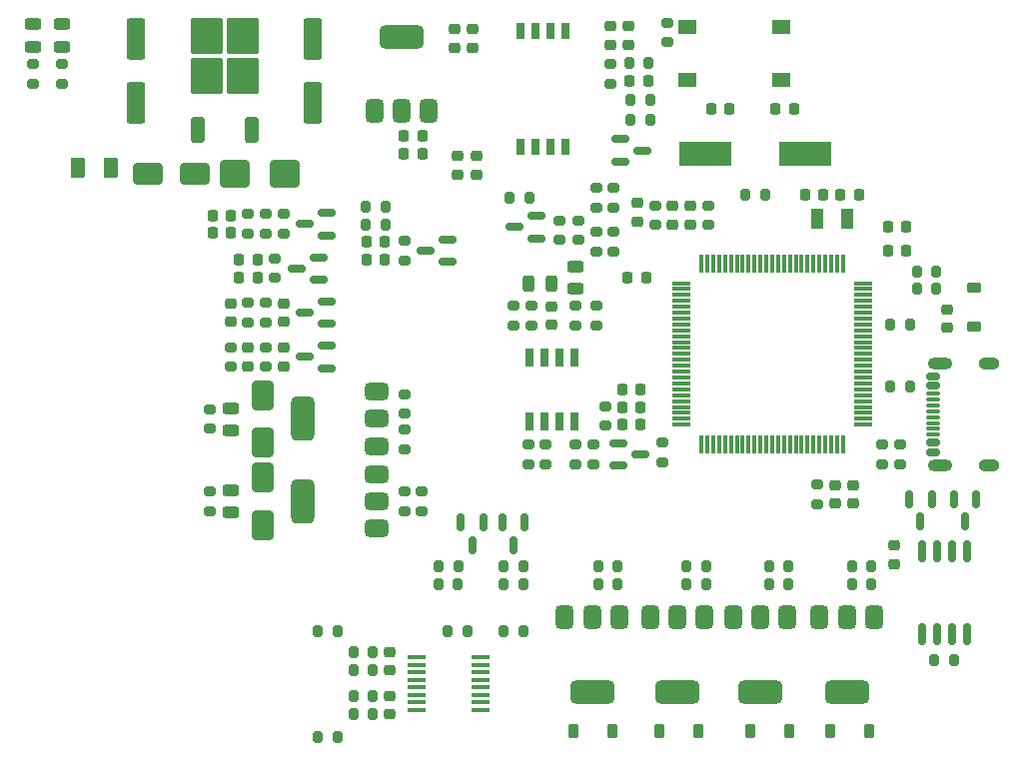
<source format=gbr>
%TF.GenerationSoftware,KiCad,Pcbnew,8.0.6*%
%TF.CreationDate,2024-10-30T09:58:54+07:00*%
%TF.ProjectId,NO2C,4e4f3243-2e6b-4696-9361-645f70636258,vD1*%
%TF.SameCoordinates,Original*%
%TF.FileFunction,Paste,Top*%
%TF.FilePolarity,Positive*%
%FSLAX46Y46*%
G04 Gerber Fmt 4.6, Leading zero omitted, Abs format (unit mm)*
G04 Created by KiCad (PCBNEW 8.0.6) date 2024-10-30 09:58:54*
%MOMM*%
%LPD*%
G01*
G04 APERTURE LIST*
G04 Aperture macros list*
%AMRoundRect*
0 Rectangle with rounded corners*
0 $1 Rounding radius*
0 $2 $3 $4 $5 $6 $7 $8 $9 X,Y pos of 4 corners*
0 Add a 4 corners polygon primitive as box body*
4,1,4,$2,$3,$4,$5,$6,$7,$8,$9,$2,$3,0*
0 Add four circle primitives for the rounded corners*
1,1,$1+$1,$2,$3*
1,1,$1+$1,$4,$5*
1,1,$1+$1,$6,$7*
1,1,$1+$1,$8,$9*
0 Add four rect primitives between the rounded corners*
20,1,$1+$1,$2,$3,$4,$5,0*
20,1,$1+$1,$4,$5,$6,$7,0*
20,1,$1+$1,$6,$7,$8,$9,0*
20,1,$1+$1,$8,$9,$2,$3,0*%
G04 Aperture macros list end*
%ADD10RoundRect,0.225000X-0.250000X0.225000X-0.250000X-0.225000X0.250000X-0.225000X0.250000X0.225000X0*%
%ADD11RoundRect,0.225000X0.225000X0.250000X-0.225000X0.250000X-0.225000X-0.250000X0.225000X-0.250000X0*%
%ADD12RoundRect,0.225000X-0.225000X-0.250000X0.225000X-0.250000X0.225000X0.250000X-0.225000X0.250000X0*%
%ADD13RoundRect,0.225000X0.250000X-0.225000X0.250000X0.225000X-0.250000X0.225000X-0.250000X-0.225000X0*%
%ADD14RoundRect,0.250000X0.550000X-1.500000X0.550000X1.500000X-0.550000X1.500000X-0.550000X-1.500000X0*%
%ADD15RoundRect,0.150000X-0.150000X0.587500X-0.150000X-0.587500X0.150000X-0.587500X0.150000X0.587500X0*%
%ADD16RoundRect,0.250000X1.000000X0.650000X-1.000000X0.650000X-1.000000X-0.650000X1.000000X-0.650000X0*%
%ADD17RoundRect,0.243750X0.456250X-0.243750X0.456250X0.243750X-0.456250X0.243750X-0.456250X-0.243750X0*%
%ADD18RoundRect,0.243750X-0.456250X0.243750X-0.456250X-0.243750X0.456250X-0.243750X0.456250X0.243750X0*%
%ADD19RoundRect,0.243750X0.243750X0.456250X-0.243750X0.456250X-0.243750X-0.456250X0.243750X-0.456250X0*%
%ADD20RoundRect,0.375000X0.625000X0.375000X-0.625000X0.375000X-0.625000X-0.375000X0.625000X-0.375000X0*%
%ADD21RoundRect,0.500000X0.500000X1.400000X-0.500000X1.400000X-0.500000X-1.400000X0.500000X-1.400000X0*%
%ADD22RoundRect,0.375000X-0.375000X0.625000X-0.375000X-0.625000X0.375000X-0.625000X0.375000X0.625000X0*%
%ADD23RoundRect,0.500000X-1.400000X0.500000X-1.400000X-0.500000X1.400000X-0.500000X1.400000X0.500000X0*%
%ADD24RoundRect,0.250000X0.350000X-0.850000X0.350000X0.850000X-0.350000X0.850000X-0.350000X-0.850000X0*%
%ADD25RoundRect,0.250000X1.125000X-1.275000X1.125000X1.275000X-1.125000X1.275000X-1.125000X-1.275000X0*%
%ADD26RoundRect,0.200000X-0.275000X0.200000X-0.275000X-0.200000X0.275000X-0.200000X0.275000X0.200000X0*%
%ADD27RoundRect,0.200000X-0.200000X-0.275000X0.200000X-0.275000X0.200000X0.275000X-0.200000X0.275000X0*%
%ADD28RoundRect,0.200000X0.275000X-0.200000X0.275000X0.200000X-0.275000X0.200000X-0.275000X-0.200000X0*%
%ADD29RoundRect,0.200000X0.200000X0.275000X-0.200000X0.275000X-0.200000X-0.275000X0.200000X-0.275000X0*%
%ADD30RoundRect,0.150000X0.587500X0.150000X-0.587500X0.150000X-0.587500X-0.150000X0.587500X-0.150000X0*%
%ADD31RoundRect,0.250000X-0.650000X1.000000X-0.650000X-1.000000X0.650000X-1.000000X0.650000X1.000000X0*%
%ADD32R,0.650000X1.525000*%
%ADD33RoundRect,0.150000X-0.587500X-0.150000X0.587500X-0.150000X0.587500X0.150000X-0.587500X0.150000X0*%
%ADD34R,1.550000X0.435000*%
%ADD35R,1.550000X1.300000*%
%ADD36RoundRect,0.225000X0.225000X0.375000X-0.225000X0.375000X-0.225000X-0.375000X0.225000X-0.375000X0*%
%ADD37RoundRect,0.150000X-0.150000X0.800000X-0.150000X-0.800000X0.150000X-0.800000X0.150000X0.800000X0*%
%ADD38RoundRect,0.250000X0.375000X0.625000X-0.375000X0.625000X-0.375000X-0.625000X0.375000X-0.625000X0*%
%ADD39RoundRect,0.075000X-0.075000X0.725000X-0.075000X-0.725000X0.075000X-0.725000X0.075000X0.725000X0*%
%ADD40RoundRect,0.075000X-0.725000X0.075000X-0.725000X-0.075000X0.725000X-0.075000X0.725000X0.075000X0*%
%ADD41RoundRect,0.225000X-0.375000X0.225000X-0.375000X-0.225000X0.375000X-0.225000X0.375000X0.225000X0*%
%ADD42RoundRect,0.225000X-0.225000X-0.375000X0.225000X-0.375000X0.225000X0.375000X-0.225000X0.375000X0*%
%ADD43R,4.500000X2.000000*%
%ADD44R,1.000000X1.800000*%
%ADD45RoundRect,0.150000X0.425000X-0.150000X0.425000X0.150000X-0.425000X0.150000X-0.425000X-0.150000X0*%
%ADD46RoundRect,0.075000X0.500000X-0.075000X0.500000X0.075000X-0.500000X0.075000X-0.500000X-0.075000X0*%
%ADD47O,2.100000X1.000000*%
%ADD48O,1.800000X1.000000*%
%ADD49RoundRect,0.375000X0.375000X-0.625000X0.375000X0.625000X-0.375000X0.625000X-0.375000X-0.625000X0*%
%ADD50RoundRect,0.500000X1.400000X-0.500000X1.400000X0.500000X-1.400000X0.500000X-1.400000X-0.500000X0*%
%ADD51RoundRect,0.250000X0.650000X-1.000000X0.650000X1.000000X-0.650000X1.000000X-0.650000X-1.000000X0*%
%ADD52R,0.690000X1.350000*%
%ADD53RoundRect,0.250000X1.000000X0.900000X-1.000000X0.900000X-1.000000X-0.900000X1.000000X-0.900000X0*%
G04 APERTURE END LIST*
D10*
%TO.C,C9*%
X29250000Y35250000D03*
X29250000Y33700000D03*
%TD*%
D11*
%TO.C,C12*%
X82025000Y43500000D03*
X80475000Y43500000D03*
%TD*%
D12*
%TO.C,C13*%
X58425000Y41250000D03*
X59975000Y41250000D03*
%TD*%
D11*
%TO.C,C2*%
X27050000Y41250000D03*
X25500000Y41250000D03*
%TD*%
D13*
%TO.C,C3*%
X52000000Y37225000D03*
X52000000Y38775000D03*
%TD*%
D11*
%TO.C,C19*%
X37850000Y44250000D03*
X36300000Y44250000D03*
%TD*%
D12*
%TO.C,C15*%
X57975000Y30250000D03*
X59525000Y30250000D03*
%TD*%
D13*
%TO.C,C16*%
X59250000Y45975000D03*
X59250000Y47525000D03*
%TD*%
D14*
%TO.C,C5*%
X31750000Y56050000D03*
X31750000Y61450000D03*
%TD*%
D13*
%TO.C,C14*%
X57000000Y60975000D03*
X57000000Y62525000D03*
%TD*%
%TO.C,C11*%
X38250000Y7950000D03*
X38250000Y9500000D03*
%TD*%
D15*
%TO.C,D2*%
X49700000Y20437500D03*
X47800000Y20437500D03*
X48750000Y18562500D03*
%TD*%
D16*
%TO.C,D3*%
X21750000Y50000000D03*
X17750000Y50000000D03*
%TD*%
D17*
%TO.C,LED1*%
X24750000Y28282500D03*
X24750000Y30157500D03*
%TD*%
D18*
%TO.C,LED3*%
X24750000Y23187500D03*
X24750000Y21312500D03*
%TD*%
D19*
%TO.C,LED2*%
X51937500Y40750000D03*
X50062500Y40750000D03*
%TD*%
D18*
%TO.C,LED4*%
X54000000Y42187500D03*
X54000000Y40312500D03*
%TD*%
D20*
%TO.C,Q1*%
X37150000Y26950000D03*
X37150000Y29250000D03*
D21*
X30850000Y29250000D03*
D20*
X37150000Y31550000D03*
%TD*%
%TO.C,Q2*%
X37150000Y19950000D03*
X37150000Y22250000D03*
D21*
X30850000Y22250000D03*
D20*
X37150000Y24550000D03*
%TD*%
D22*
%TO.C,Q5*%
X57700000Y12400000D03*
X55400000Y12400000D03*
D23*
X55400000Y6100000D03*
D22*
X53100000Y12400000D03*
%TD*%
%TO.C,Q6*%
X64925000Y12400000D03*
X62625000Y12400000D03*
D23*
X62625000Y6100000D03*
D22*
X60325000Y12400000D03*
%TD*%
%TO.C,Q3*%
X71950000Y12400000D03*
X69650000Y12400000D03*
D23*
X69650000Y6100000D03*
D22*
X67350000Y12400000D03*
%TD*%
%TO.C,Q4*%
X79300000Y12400000D03*
X77000000Y12400000D03*
D23*
X77000000Y6100000D03*
D22*
X74700000Y12400000D03*
%TD*%
D24*
%TO.C,U1*%
X21970000Y53710000D03*
D25*
X22725000Y58335000D03*
X25775000Y58335000D03*
X22725000Y61685000D03*
X25775000Y61685000D03*
D24*
X26530000Y53710000D03*
%TD*%
D14*
%TO.C,C4*%
X16750000Y56050000D03*
X16750000Y61450000D03*
%TD*%
D26*
%TO.C,R7*%
X39500000Y28325000D03*
X39500000Y26675000D03*
%TD*%
%TO.C,R9*%
X24750000Y35300000D03*
X24750000Y33650000D03*
%TD*%
D27*
%TO.C,R10*%
X36250000Y47250000D03*
X37900000Y47250000D03*
%TD*%
D28*
%TO.C,R6*%
X54000000Y37175000D03*
X54000000Y38825000D03*
%TD*%
%TO.C,R3*%
X48750000Y37175000D03*
X48750000Y38825000D03*
%TD*%
%TO.C,R2*%
X50250000Y37175000D03*
X50250000Y38825000D03*
%TD*%
D29*
%TO.C,R8*%
X82325000Y37250000D03*
X80675000Y37250000D03*
%TD*%
%TO.C,R11*%
X37900000Y45725000D03*
X36250000Y45725000D03*
%TD*%
D11*
%TO.C,C1*%
X27050000Y42750000D03*
X25500000Y42750000D03*
%TD*%
D26*
%TO.C,R1*%
X23000000Y30075000D03*
X23000000Y28425000D03*
%TD*%
%TO.C,R4*%
X28525000Y42825000D03*
X28525000Y41175000D03*
%TD*%
D29*
%TO.C,R12*%
X50075000Y48000000D03*
X48425000Y48000000D03*
%TD*%
D26*
%TO.C,R13*%
X54250000Y46075000D03*
X54250000Y44425000D03*
%TD*%
D30*
%TO.C,Q7*%
X50687500Y44550000D03*
X50687500Y46450000D03*
X48812500Y45500000D03*
%TD*%
D12*
%TO.C,C22*%
X57975000Y28750000D03*
X59525000Y28750000D03*
%TD*%
D26*
%TO.C,R14*%
X50000000Y27075000D03*
X50000000Y25425000D03*
%TD*%
D13*
%TO.C,C8*%
X26250000Y33700000D03*
X26250000Y35250000D03*
%TD*%
D11*
%TO.C,C21*%
X82025000Y45500000D03*
X80475000Y45500000D03*
%TD*%
%TO.C,C20*%
X37850000Y42750000D03*
X36300000Y42750000D03*
%TD*%
D28*
%TO.C,R5*%
X39500000Y29675000D03*
X39500000Y31325000D03*
%TD*%
D31*
%TO.C,D1*%
X27500000Y31220000D03*
X27500000Y27220000D03*
%TD*%
D32*
%TO.C,IC1*%
X50095000Y29038000D03*
X51365000Y29038000D03*
X52635000Y29038000D03*
X53905000Y29038000D03*
X53905000Y34462000D03*
X52635000Y34462000D03*
X51365000Y34462000D03*
X50095000Y34462000D03*
%TD*%
D30*
%TO.C,D6*%
X32212500Y41050000D03*
X32212500Y42950000D03*
X30337500Y42000000D03*
%TD*%
D33*
%TO.C,D5*%
X57625000Y27200000D03*
X57625000Y25300000D03*
X59500000Y26250000D03*
%TD*%
D28*
%TO.C,R15*%
X61375000Y25575000D03*
X61375000Y27225000D03*
%TD*%
D13*
%TO.C,C18*%
X45633000Y49955000D03*
X45633000Y51505000D03*
%TD*%
%TO.C,C17*%
X44000000Y49975000D03*
X44000000Y51525000D03*
%TD*%
D12*
%TO.C,C28*%
X57975000Y31750000D03*
X59525000Y31750000D03*
%TD*%
D27*
%TO.C,R34*%
X47925000Y11250000D03*
X49575000Y11250000D03*
%TD*%
D30*
%TO.C,D8*%
X32937500Y37300000D03*
X32937500Y39200000D03*
X31062500Y38250000D03*
%TD*%
D33*
%TO.C,D17*%
X57812500Y52950000D03*
X57812500Y51050000D03*
X59687500Y52000000D03*
%TD*%
D15*
%TO.C,D20*%
X87950000Y22437500D03*
X86050000Y22437500D03*
X87000000Y20562500D03*
%TD*%
D12*
%TO.C,C31*%
X76475000Y48250000D03*
X78025000Y48250000D03*
%TD*%
D28*
%TO.C,R33*%
X41000000Y21425000D03*
X41000000Y23075000D03*
%TD*%
D34*
%TO.C,U3*%
X45950000Y4576000D03*
X45950000Y5210000D03*
X45950000Y5846000D03*
X45950000Y6480000D03*
X45950000Y7116000D03*
X45950000Y7750000D03*
X45950000Y8386000D03*
X45950000Y9020000D03*
X40500000Y9020000D03*
X40500000Y8386000D03*
X40500000Y7750000D03*
X40500000Y7116000D03*
X40500000Y6480000D03*
X40500000Y5846000D03*
X40500000Y5210000D03*
X40500000Y4576000D03*
%TD*%
D30*
%TO.C,D18*%
X43187500Y42550000D03*
X43187500Y44450000D03*
X41312500Y43500000D03*
%TD*%
D26*
%TO.C,R19*%
X51500000Y27075000D03*
X51500000Y25425000D03*
%TD*%
D27*
%TO.C,R21*%
X42425000Y16750000D03*
X44075000Y16750000D03*
%TD*%
D13*
%TO.C,C39*%
X85500000Y36975000D03*
X85500000Y38525000D03*
%TD*%
D29*
%TO.C,R42*%
X79075000Y16750000D03*
X77425000Y16750000D03*
%TD*%
D28*
%TO.C,R74*%
X57250000Y43425000D03*
X57250000Y45075000D03*
%TD*%
D29*
%TO.C,R44*%
X57575000Y16750000D03*
X55925000Y16750000D03*
%TD*%
D26*
%TO.C,R66*%
X56500000Y30325000D03*
X56500000Y28675000D03*
%TD*%
D15*
%TO.C,D14*%
X46200000Y20437500D03*
X44300000Y20437500D03*
X45250000Y18562500D03*
%TD*%
D35*
%TO.C,SW1*%
X71475000Y58000000D03*
X63525000Y58000000D03*
X71475000Y62500000D03*
X63525000Y62500000D03*
%TD*%
D36*
%TO.C,D9*%
X72150000Y2750000D03*
X68850000Y2750000D03*
%TD*%
D27*
%TO.C,R59*%
X58675000Y56250000D03*
X60325000Y56250000D03*
%TD*%
D15*
%TO.C,D21*%
X84200000Y22437500D03*
X82300000Y22437500D03*
X83250000Y20562500D03*
%TD*%
D13*
%TO.C,C42*%
X43740000Y60725000D03*
X43740000Y62275000D03*
%TD*%
D37*
%TO.C,U5*%
X87155000Y18000000D03*
X85885000Y18000000D03*
X84615000Y18000000D03*
X83345000Y18000000D03*
X83345000Y11000000D03*
X84615000Y11000000D03*
X85885000Y11000000D03*
X87155000Y11000000D03*
%TD*%
D28*
%TO.C,R39*%
X65250000Y45675000D03*
X65250000Y47325000D03*
%TD*%
%TO.C,R36*%
X27750000Y33650000D03*
X27750000Y35300000D03*
%TD*%
D11*
%TO.C,C40*%
X41025000Y51750000D03*
X39475000Y51750000D03*
%TD*%
D36*
%TO.C,D12*%
X57150000Y2750000D03*
X53850000Y2750000D03*
%TD*%
D28*
%TO.C,R38*%
X60750000Y45675000D03*
X60750000Y47325000D03*
%TD*%
D38*
%TO.C,F1*%
X14650000Y50500000D03*
X11850000Y50500000D03*
%TD*%
D10*
%TO.C,C25*%
X62250000Y47275000D03*
X62250000Y45725000D03*
%TD*%
D27*
%TO.C,R73*%
X82925000Y40250000D03*
X84575000Y40250000D03*
%TD*%
D10*
%TO.C,C10*%
X38250000Y5750000D03*
X38250000Y4200000D03*
%TD*%
D11*
%TO.C,C32*%
X24775000Y46500000D03*
X23225000Y46500000D03*
%TD*%
D26*
%TO.C,R51*%
X39490000Y44325000D03*
X39490000Y42675000D03*
%TD*%
D27*
%TO.C,R20*%
X47925000Y16750000D03*
X49575000Y16750000D03*
%TD*%
D18*
%TO.C,LED6*%
X8000000Y62687500D03*
X8000000Y60812500D03*
%TD*%
D10*
%TO.C,C7*%
X29250000Y39025000D03*
X29250000Y37475000D03*
%TD*%
D27*
%TO.C,R70*%
X84425000Y8750000D03*
X86075000Y8750000D03*
%TD*%
D39*
%TO.C,U2*%
X76675000Y42425000D03*
X76175000Y42425000D03*
X75675000Y42425000D03*
X75175000Y42425000D03*
X74675000Y42425000D03*
X74175000Y42425000D03*
X73675000Y42425000D03*
X73175000Y42425000D03*
X72675000Y42425000D03*
X72175000Y42425000D03*
X71675000Y42425000D03*
X71175000Y42425000D03*
X70675000Y42425000D03*
X70175000Y42425000D03*
X69675000Y42425000D03*
X69175000Y42425000D03*
X68675000Y42425000D03*
X68175000Y42425000D03*
X67675000Y42425000D03*
X67175000Y42425000D03*
X66675000Y42425000D03*
X66175000Y42425000D03*
X65675000Y42425000D03*
X65175000Y42425000D03*
X64675000Y42425000D03*
D40*
X63000000Y40750000D03*
X63000000Y40250000D03*
X63000000Y39750000D03*
X63000000Y39250000D03*
X63000000Y38750000D03*
X63000000Y38250000D03*
X63000000Y37750000D03*
X63000000Y37250000D03*
X63000000Y36750000D03*
X63000000Y36250000D03*
X63000000Y35750000D03*
X63000000Y35250000D03*
X63000000Y34750000D03*
X63000000Y34250000D03*
X63000000Y33750000D03*
X63000000Y33250000D03*
X63000000Y32750000D03*
X63000000Y32250000D03*
X63000000Y31750000D03*
X63000000Y31250000D03*
X63000000Y30750000D03*
X63000000Y30250000D03*
X63000000Y29750000D03*
X63000000Y29250000D03*
X63000000Y28750000D03*
D39*
X64675000Y27075000D03*
X65175000Y27075000D03*
X65675000Y27075000D03*
X66175000Y27075000D03*
X66675000Y27075000D03*
X67175000Y27075000D03*
X67675000Y27075000D03*
X68175000Y27075000D03*
X68675000Y27075000D03*
X69175000Y27075000D03*
X69675000Y27075000D03*
X70175000Y27075000D03*
X70675000Y27075000D03*
X71175000Y27075000D03*
X71675000Y27075000D03*
X72175000Y27075000D03*
X72675000Y27075000D03*
X73175000Y27075000D03*
X73675000Y27075000D03*
X74175000Y27075000D03*
X74675000Y27075000D03*
X75175000Y27075000D03*
X75675000Y27075000D03*
X76175000Y27075000D03*
X76675000Y27075000D03*
D40*
X78350000Y28750000D03*
X78350000Y29250000D03*
X78350000Y29750000D03*
X78350000Y30250000D03*
X78350000Y30750000D03*
X78350000Y31250000D03*
X78350000Y31750000D03*
X78350000Y32250000D03*
X78350000Y32750000D03*
X78350000Y33250000D03*
X78350000Y33750000D03*
X78350000Y34250000D03*
X78350000Y34750000D03*
X78350000Y35250000D03*
X78350000Y35750000D03*
X78350000Y36250000D03*
X78350000Y36750000D03*
X78350000Y37250000D03*
X78350000Y37750000D03*
X78350000Y38250000D03*
X78350000Y38750000D03*
X78350000Y39250000D03*
X78350000Y39750000D03*
X78350000Y40250000D03*
X78350000Y40750000D03*
%TD*%
D26*
%TO.C,R63*%
X57250000Y48825000D03*
X57250000Y47175000D03*
%TD*%
D28*
%TO.C,R29*%
X55750000Y37175000D03*
X55750000Y38825000D03*
%TD*%
D41*
%TO.C,D4*%
X87750000Y40400000D03*
X87750000Y37100000D03*
%TD*%
D29*
%TO.C,R52*%
X72075000Y15250000D03*
X70425000Y15250000D03*
%TD*%
%TO.C,R37*%
X72075000Y16750000D03*
X70425000Y16750000D03*
%TD*%
D28*
%TO.C,R57*%
X29250000Y44950000D03*
X29250000Y46600000D03*
%TD*%
%TO.C,R31*%
X39500000Y21425000D03*
X39500000Y23075000D03*
%TD*%
D29*
%TO.C,R72*%
X82325000Y32000000D03*
X80675000Y32000000D03*
%TD*%
D28*
%TO.C,R27*%
X23000000Y21425000D03*
X23000000Y23075000D03*
%TD*%
%TO.C,R64*%
X55750000Y43425000D03*
X55750000Y45075000D03*
%TD*%
D13*
%TO.C,C34*%
X58500000Y60975000D03*
X58500000Y62525000D03*
%TD*%
D30*
%TO.C,D13*%
X32937500Y44800000D03*
X32937500Y46700000D03*
X31062500Y45750000D03*
%TD*%
D13*
%TO.C,C6*%
X24750000Y37475000D03*
X24750000Y39025000D03*
%TD*%
D27*
%TO.C,R48*%
X35175000Y9475000D03*
X36825000Y9475000D03*
%TD*%
D11*
%TO.C,C27*%
X67025000Y55500000D03*
X65475000Y55500000D03*
%TD*%
%TO.C,C35*%
X60162500Y57925000D03*
X58612500Y57925000D03*
%TD*%
D30*
%TO.C,D10*%
X32937500Y33550000D03*
X32937500Y35450000D03*
X31062500Y34500000D03*
%TD*%
D12*
%TO.C,C26*%
X70975000Y55500000D03*
X72525000Y55500000D03*
%TD*%
D28*
%TO.C,R30*%
X27750000Y37425000D03*
X27750000Y39075000D03*
%TD*%
D29*
%TO.C,R61*%
X65075000Y15250000D03*
X63425000Y15250000D03*
%TD*%
D27*
%TO.C,R46*%
X35175000Y4250000D03*
X36825000Y4250000D03*
%TD*%
D28*
%TO.C,R55*%
X27750000Y44950000D03*
X27750000Y46600000D03*
%TD*%
%TO.C,R41*%
X74500000Y22025000D03*
X74500000Y23675000D03*
%TD*%
%TO.C,R16*%
X61750000Y61175000D03*
X61750000Y62825000D03*
%TD*%
D26*
%TO.C,R32*%
X54000000Y27075000D03*
X54000000Y25425000D03*
%TD*%
D42*
%TO.C,D11*%
X75600000Y2750000D03*
X78900000Y2750000D03*
%TD*%
D11*
%TO.C,C30*%
X75025000Y48250000D03*
X73475000Y48250000D03*
%TD*%
D29*
%TO.C,R53*%
X79075000Y15250000D03*
X77425000Y15250000D03*
%TD*%
D26*
%TO.C,R45*%
X57000000Y59325000D03*
X57000000Y57675000D03*
%TD*%
%TO.C,R28*%
X55500000Y27075000D03*
X55500000Y25425000D03*
%TD*%
D29*
%TO.C,R23*%
X33825000Y2250000D03*
X32175000Y2250000D03*
%TD*%
D11*
%TO.C,C41*%
X41025000Y53250000D03*
X39475000Y53250000D03*
%TD*%
D28*
%TO.C,R62*%
X55750000Y47175000D03*
X55750000Y48825000D03*
%TD*%
D18*
%TO.C,LED5*%
X10500000Y62687500D03*
X10500000Y60812500D03*
%TD*%
D29*
%TO.C,R35*%
X44825000Y11250000D03*
X43175000Y11250000D03*
%TD*%
D27*
%TO.C,R25*%
X42400000Y15250000D03*
X44050000Y15250000D03*
%TD*%
D13*
%TO.C,C23*%
X77500000Y22075000D03*
X77500000Y23625000D03*
%TD*%
D27*
%TO.C,R49*%
X35175000Y7975000D03*
X36825000Y7975000D03*
%TD*%
D29*
%TO.C,R50*%
X65075000Y16750000D03*
X63425000Y16750000D03*
%TD*%
D27*
%TO.C,R47*%
X35175000Y5725000D03*
X36825000Y5725000D03*
%TD*%
D26*
%TO.C,R22*%
X26250000Y39075000D03*
X26250000Y37425000D03*
%TD*%
D43*
%TO.C,Y1*%
X73475000Y51750000D03*
X64975000Y51750000D03*
%TD*%
D44*
%TO.C,Y2*%
X74500000Y46250000D03*
X77000000Y46250000D03*
%TD*%
D10*
%TO.C,C24*%
X63750000Y47275000D03*
X63750000Y45725000D03*
%TD*%
D29*
%TO.C,R40*%
X70050000Y48250000D03*
X68400000Y48250000D03*
%TD*%
D27*
%TO.C,R60*%
X58675000Y54625000D03*
X60325000Y54625000D03*
%TD*%
D28*
%TO.C,R65*%
X52687500Y44425000D03*
X52687500Y46075000D03*
%TD*%
D26*
%TO.C,R17*%
X10500000Y59325000D03*
X10500000Y57675000D03*
%TD*%
D27*
%TO.C,R24*%
X47925000Y15250000D03*
X49575000Y15250000D03*
%TD*%
D45*
%TO.C,J2*%
X84320000Y26440000D03*
X84320000Y27240000D03*
D46*
X84320000Y28390000D03*
X84320000Y29390000D03*
X84320000Y29890000D03*
X84320000Y30890000D03*
D45*
X84320000Y32040000D03*
X84320000Y32840000D03*
X84320000Y32840000D03*
X84320000Y32040000D03*
D46*
X84320000Y31390000D03*
X84320000Y30390000D03*
X84320000Y28890000D03*
X84320000Y27890000D03*
D45*
X84320000Y27240000D03*
X84320000Y26440000D03*
D47*
X84895000Y25320000D03*
D48*
X89075000Y25320000D03*
D47*
X84895000Y33960000D03*
D48*
X89075000Y33960000D03*
%TD*%
D49*
%TO.C,U6*%
X36950000Y55350000D03*
X39250000Y55350000D03*
D50*
X39250000Y61650000D03*
D49*
X41550000Y55350000D03*
%TD*%
D51*
%TO.C,D15*%
X27500000Y20250000D03*
X27500000Y24250000D03*
%TD*%
D29*
%TO.C,R56*%
X57575000Y15250000D03*
X55925000Y15250000D03*
%TD*%
D13*
%TO.C,C29*%
X76000000Y22075000D03*
X76000000Y23625000D03*
%TD*%
D26*
%TO.C,R43*%
X80000000Y27075000D03*
X80000000Y25425000D03*
%TD*%
%TO.C,R54*%
X26250000Y46600000D03*
X26250000Y44950000D03*
%TD*%
D29*
%TO.C,R26*%
X33825000Y11250000D03*
X32175000Y11250000D03*
%TD*%
D26*
%TO.C,R71*%
X81500000Y27075000D03*
X81500000Y25425000D03*
%TD*%
D42*
%TO.C,D16*%
X61100000Y2750000D03*
X64400000Y2750000D03*
%TD*%
D13*
%TO.C,C44*%
X81000000Y16950000D03*
X81000000Y18500000D03*
%TD*%
D11*
%TO.C,C33*%
X24775000Y45000000D03*
X23225000Y45000000D03*
%TD*%
D27*
%TO.C,R58*%
X58562500Y59425000D03*
X60212500Y59425000D03*
%TD*%
D13*
%TO.C,C43*%
X45250000Y60725000D03*
X45250000Y62275000D03*
%TD*%
D52*
%TO.C,IC2*%
X49345000Y52335000D03*
X50615000Y52335000D03*
X51885000Y52335000D03*
X53155000Y52335000D03*
X53155000Y62165000D03*
X51885000Y62165000D03*
X50615000Y62165000D03*
X49345000Y62165000D03*
%TD*%
D28*
%TO.C,R18*%
X8000000Y57675000D03*
X8000000Y59325000D03*
%TD*%
D27*
%TO.C,R69*%
X82925000Y41750000D03*
X84575000Y41750000D03*
%TD*%
D53*
%TO.C,D7*%
X29400000Y50000000D03*
X25100000Y50000000D03*
%TD*%
M02*

</source>
